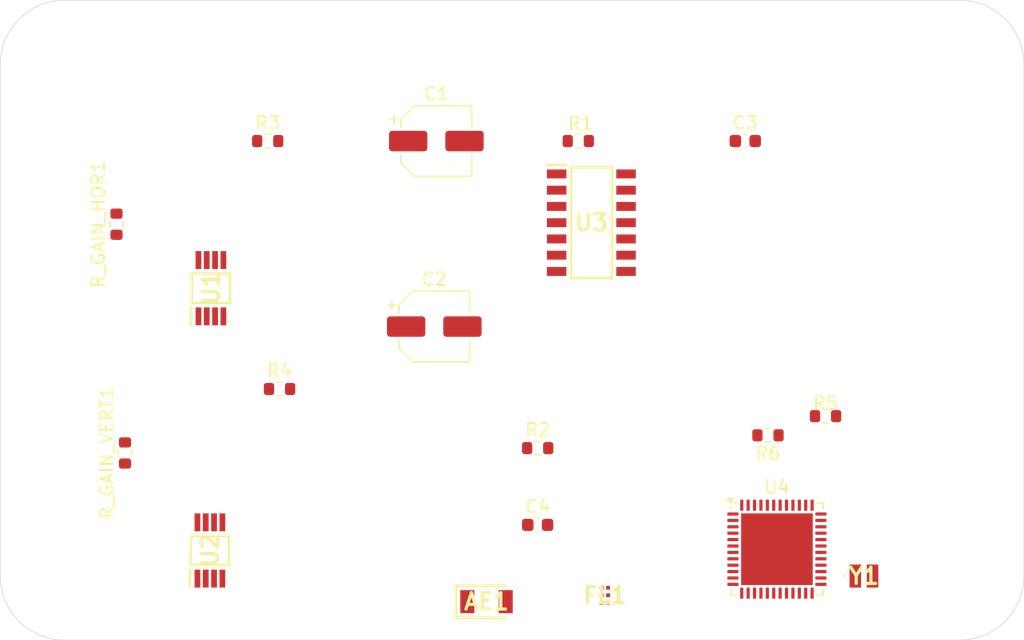
<source format=kicad_pcb>
(kicad_pcb (version 20241229) (generator "pcbnew") (generator_version "9.0")
  (layers (0 "F.Cu" signal) (2 "B.Cu" signal) (13 "F.Paste" user) (15 "B.Paste" user) (5 "F.SilkS" user "F.Silkscreen") (7 "B.SilkS" user "B.Silkscreen") (1 "F.Mask" user) (3 "B.Mask" user) (25 "Edge.Cuts" user))
  (net 0 "")
  (net 1 "Net-(U3A--)")
  (net 2 "Net-(C1-Pad1)")
  (net 3 "Net-(C2-Pad1)")
  (net 4 "Net-(U3B--)")
  (net 5 "HOR_OUT")
  (net 6 "VERT_OUT")
  (net 7 "Net-(R1-Pad1)")
  (net 8 "Net-(R2-Pad1)")
  (net 9 "Net-(R3-Pad2)")
  (net 10 "Net-(R4-Pad2)")
  (net 11 "GND")
  (net 12 "REF_IN")
  (net 13 "+5V")
  (net 14 "Net-(R_GAIN_HOR1-Pad2)")
  (net 15 "Net-(R_GAIN_HOR1-Pad1)")
  (net 16 "Net-(R_GAIN_VERT1-Pad2)")
  (net 17 "Net-(R_GAIN_VERT1-Pad1)")
  (net 18 "Net-(U1-Ref)")
  (net 19 "RIGHT_IN")
  (net 20 "LEFT_IN")
  (net 21 "DOWN_IN")
  (net 22 "Net-(U2-Ref)")
  (net 23 "UP_IN")
  (net 24 "GROUND")
  (net 25 "+3V")
  (net 42 "Net-(FL1-IN)")
  (net 51 "Net-(U4-OSC_IN)")
  (net 54 "Net-(U4-OSC_OUT)")
  (net 62 "Net-(AE1-A)")
  (footprint "Capacitor_SMD:CP_Elec_5x4.5" (layer "F.Cu") (at 139.08 71)
    (property "Reference" "C1" (at 0 -3.7 0) (layer "F.SilkS"))
    (property "Value" "C_Polarized_US")
    (fp_line (start -3.625 -1.685) (end -3 -1.685) (stroke (width 0.12)) (layer "F.SilkS"))
    (fp_line (start -3.3125 -1.9975) (end -3.3125 -1.3725) (stroke (width 0.12)) (layer "F.SilkS"))
    (fp_line (start -2.76 -1.695563) (end -2.76 -1.06) (stroke (width 0.12)) (layer "F.SilkS"))
    (fp_line (start -2.76 -1.695563) (end -1.695563 -2.76) (stroke (width 0.12)) (layer "F.SilkS"))
    (fp_line (start -2.76 1.695563) (end -2.76 1.06) (stroke (width 0.12)) (layer "F.SilkS"))
    (fp_line (start -2.76 1.695563) (end -1.695563 2.76) (stroke (width 0.12)) (layer "F.SilkS"))
    (fp_line (start -1.695563 -2.76) (end 2.76 -2.76) (stroke (width 0.12)) (layer "F.SilkS"))
    (fp_line (start -1.695563 2.76) (end 2.76 2.76) (stroke (width 0.12)) (layer "F.SilkS"))
    (fp_line (start 2.76 -2.76) (end 2.76 -1.06) (stroke (width 0.12)) (layer "F.SilkS"))
    (fp_line (start 2.76 2.76) (end 2.76 1.06) (stroke (width 0.12)) (layer "F.SilkS"))
    (pad "1" smd roundrect (at -2.2 0) (size 3 1.6) (layers "F.Cu" "F.Mask" "F.Paste") (roundrect_rratio 0.15625) (net 2 "Net-(C1-Pad1)"))
    (pad "2" smd roundrect (at 2.2 0) (size 3 1.6) (layers "F.Cu" "F.Mask" "F.Paste") (roundrect_rratio 0.15625) (net 1 "Net-(U3A--)"))
  )
  (footprint "antenna_ghz:ANTC3216X60N" (layer "F.Cu") (at 143 107)
    (property "Reference" "AE1" (at 0 0 0) (layer "F.SilkS") (effects (font (size 1.27 1.27) (thickness 0.254))))
    (property "Value" "Antenna" (hide yes))
    (fp_line (start -2.4 -1.25) (end -2.4 1.25) (stroke (width 0.2)) (layer "F.SilkS"))
    (fp_line (start -2.4 1.25) (end 1.5 1.25) (stroke (width 0.2)) (layer "F.SilkS"))
    (fp_line (start 1.5 -1.25) (end -2.4 -1.25) (stroke (width 0.2)) (layer "F.SilkS"))
    (pad "1" smd rect (at -1.5 0) (size 1.1 1.8) (layers "F.Cu" "F.Mask" "F.Paste") (net 62 "Net-(AE1-A)"))
    (pad "2" smd rect (at 1.5 0) (size 1.1 1.8) (layers "F.Cu" "F.Mask" "F.Paste"))
  )
  (footprint "Capacitor_SMD:CP_Elec_5x4.5" (layer "F.Cu") (at 138.92 85.5)
    (property "Reference" "C2" (at 0 -3.7 0) (layer "F.SilkS"))
    (property "Value" "C_Polarized_US")
    (fp_line (start -3.625 -1.685) (end -3 -1.685) (stroke (width 0.12)) (layer "F.SilkS"))
    (fp_line (start -3.3125 -1.9975) (end -3.3125 -1.3725) (stroke (width 0.12)) (layer "F.SilkS"))
    (fp_line (start -2.76 -1.695563) (end -2.76 -1.06) (stroke (width 0.12)) (layer "F.SilkS"))
    (fp_line (start -2.76 -1.695563) (end -1.695563 -2.76) (stroke (width 0.12)) (layer "F.SilkS"))
    (fp_line (start -2.76 1.695563) (end -2.76 1.06) (stroke (width 0.12)) (layer "F.SilkS"))
    (fp_line (start -2.76 1.695563) (end -1.695563 2.76) (stroke (width 0.12)) (layer "F.SilkS"))
    (fp_line (start -1.695563 -2.76) (end 2.76 -2.76) (stroke (width 0.12)) (layer "F.SilkS"))
    (fp_line (start -1.695563 2.76) (end 2.76 2.76) (stroke (width 0.12)) (layer "F.SilkS"))
    (fp_line (start 2.76 -2.76) (end 2.76 -1.06) (stroke (width 0.12)) (layer "F.SilkS"))
    (fp_line (start 2.76 2.76) (end 2.76 1.06) (stroke (width 0.12)) (layer "F.SilkS"))
    (pad "1" smd roundrect (at -2.2 0) (size 3 1.6) (layers "F.Cu" "F.Mask" "F.Paste") (roundrect_rratio 0.15625) (net 3 "Net-(C2-Pad1)"))
    (pad "2" smd roundrect (at 2.2 0) (size 3 1.6) (layers "F.Cu" "F.Mask" "F.Paste") (roundrect_rratio 0.15625) (net 4 "Net-(U3B--)"))
  )
  (footprint "Resistor_SMD:R_0603_1608Metric" (layer "F.Cu") (at 169.5 92.5)
    (property "Reference" "R5" (at 0 -1 0) (layer "F.SilkS"))
    (property "Value" "R")
    (fp_line (start -0.237258 -0.5225) (end 0.237258 -0.5225) (stroke (width 0.12)) (layer "F.SilkS"))
    (fp_line (start -0.237258 0.5225) (end 0.237258 0.5225) (stroke (width 0.12)) (layer "F.SilkS"))
    (pad "1" smd roundrect (at -0.825 0) (size 0.8 0.95) (layers "F.Cu" "F.Mask" "F.Paste") (net 12 "REF_IN"))
    (pad "2" smd roundrect (at 0.825 0) (size 0.8 0.95) (layers "F.Cu" "F.Mask" "F.Paste") (net 24 "GROUND"))
  )
  (footprint "Resistor_SMD:R_0603_1608Metric" (layer "F.Cu") (at 150.175 71)
    (property "Reference" "R1" (at 0.175 -1.36 0) (layer "F.SilkS"))
    (property "Value" "R")
    (fp_line (start -0.237258 -0.5225) (end 0.237258 -0.5225) (stroke (width 0.12)) (layer "F.SilkS"))
    (fp_line (start -0.237258 0.5225) (end 0.237258 0.5225) (stroke (width 0.12)) (layer "F.SilkS"))
    (pad "1" smd roundrect (at -0.825 0) (size 0.8 0.95) (layers "F.Cu" "F.Mask" "F.Paste") (net 7 "Net-(R1-Pad1)"))
    (pad "2" smd roundrect (at 0.825 0) (size 0.8 0.95) (layers "F.Cu" "F.Mask" "F.Paste") (net 1 "Net-(U3A--)"))
  )
  (footprint "Resistor_SMD:R_0603_1608Metric" (layer "F.Cu") (at 125.9 71)
    (property "Reference" "R3" (at 0 -1.43 0) (layer "F.SilkS"))
    (property "Value" "R")
    (fp_line (start -0.237258 -0.5225) (end 0.237258 -0.5225) (stroke (width 0.12)) (layer "F.SilkS"))
    (fp_line (start -0.237258 0.5225) (end 0.237258 0.5225) (stroke (width 0.12)) (layer "F.SilkS"))
    (pad "1" smd roundrect (at -0.825 0) (size 0.8 0.95) (layers "F.Cu" "F.Mask" "F.Paste") (net 2 "Net-(C1-Pad1)"))
    (pad "2" smd roundrect (at 0.825 0) (size 0.8 0.95) (layers "F.Cu" "F.Mask" "F.Paste") (net 9 "Net-(R3-Pad2)"))
  )
  (footprint "Package_DFN_QFN:QFN-48-1EP_7x7mm_P0.5mm_EP5.6x5.6mm" (layer "F.Cu") (at 165.7 102.9)
    (property "Reference" "U4" (at 0 -4.83 0) (layer "F.SilkS"))
    (property "Value" "STM32WB55CCUx")
    (fp_line (start -3.61 -3.135) (end -3.61 -3.37) (stroke (width 0.12)) (layer "F.SilkS"))
    (fp_line (start -3.61 3.61) (end -3.61 3.135) (stroke (width 0.12)) (layer "F.SilkS"))
    (fp_line (start -3.135 -3.61) (end -3.31 -3.61) (stroke (width 0.12)) (layer "F.SilkS"))
    (fp_line (start -3.135 3.61) (end -3.61 3.61) (stroke (width 0.12)) (layer "F.SilkS"))
    (fp_line (start 3.135 -3.61) (end 3.61 -3.61) (stroke (width 0.12)) (layer "F.SilkS"))
    (fp_line (start 3.135 3.61) (end 3.61 3.61) (stroke (width 0.12)) (layer "F.SilkS"))
    (fp_line (start 3.61 -3.61) (end 3.61 -3.135) (stroke (width 0.12)) (layer "F.SilkS"))
    (fp_line (start 3.61 3.61) (end 3.61 3.135) (stroke (width 0.12)) (layer "F.SilkS"))
    (fp_poly (pts (xy -3.61 -3.61) (xy -3.85 -3.94) (xy -3.37 -3.94) (xy -3.61 -3.61)) (stroke (width 0.12)) (fill yes) (layer "F.SilkS"))
    (pad "1" smd roundrect (at -3.4375 -2.75) (size 0.875 0.25) (layers "F.Cu" "F.Mask" "F.Paste") (net 25 "+3V"))
    (pad "2" smd roundrect (at -3.4375 -2.25) (size 0.875 0.25) (layers "F.Cu" "F.Mask" "F.Paste"))
    (pad "3" smd roundrect (at -3.4375 -1.75) (size 0.875 0.25) (layers "F.Cu" "F.Mask" "F.Paste"))
    (pad "4" smd roundrect (at -3.4375 -1.25) (size 0.875 0.25) (layers "F.Cu" "F.Mask" "F.Paste"))
    (pad "5" smd roundrect (at -3.4375 -0.75) (size 0.875 0.25) (layers "F.Cu" "F.Mask" "F.Paste"))
    (pad "6" smd roundrect (at -3.4375 -0.25) (size 0.875 0.25) (layers "F.Cu" "F.Mask" "F.Paste"))
    (pad "7" smd roundrect (at -3.4375 0.25) (size 0.875 0.25) (layers "F.Cu" "F.Mask" "F.Paste"))
    (pad "8" smd roundrect (at -3.4375 0.75) (size 0.875 0.25) (layers "F.Cu" "F.Mask" "F.Paste") (net 25 "+3V"))
    (pad "9" smd roundrect (at -3.4375 1.25) (size 0.875 0.25) (layers "F.Cu" "F.Mask" "F.Paste") (net 6 "VERT_OUT"))
    (pad "10" smd roundrect (at -3.4375 1.75) (size 0.875 0.25) (layers "F.Cu" "F.Mask" "F.Paste") (net 5 "HOR_OUT"))
    (pad "11" smd roundrect (at -3.4375 2.25) (size 0.875 0.25) (layers "F.Cu" "F.Mask" "F.Paste"))
    (pad "12" smd roundrect (at -3.4375 2.75) (size 0.875 0.25) (layers "F.Cu" "F.Mask" "F.Paste"))
    (pad "13" smd roundrect (at -2.75 3.4375) (size 0.25 0.875) (layers "F.Cu" "F.Mask" "F.Paste"))
    (pad "14" smd roundrect (at -2.25 3.4375) (size 0.25 0.875) (layers "F.Cu" "F.Mask" "F.Paste"))
    (pad "15" smd roundrect (at -1.75 3.4375) (size 0.25 0.875) (layers "F.Cu" "F.Mask" "F.Paste"))
    (pad "16" smd roundrect (at -1.25 3.4375) (size 0.25 0.875) (layers "F.Cu" "F.Mask" "F.Paste"))
    (pad "17" smd roundrect (at -0.75 3.4375) (size 0.25 0.875) (layers "F.Cu" "F.Mask" "F.Paste"))
    (pad "18" smd roundrect (at -0.25 3.4375) (size 0.25 0.875) (layers "F.Cu" "F.Mask" "F.Paste"))
    (pad "19" smd roundrect (at 0.25 3.4375) (size 0.25 0.875) (layers "F.Cu" "F.Mask" "F.Paste"))
    (pad "20" smd roundrect (at 0.75 3.4375) (size 0.25 0.875) (layers "F.Cu" "F.Mask" "F.Paste") (net 25 "+3V"))
    (pad "21" smd roundrect (at 1.25 3.4375) (size 0.25 0.875) (layers "F.Cu" "F.Mask" "F.Paste") (net 42 "Net-(FL1-IN)"))
    (pad "22" smd roundrect (at 1.75 3.4375) (size 0.25 0.875) (layers "F.Cu" "F.Mask" "F.Paste") (net 24 "GROUND"))
    (pad "23" smd roundrect (at 2.25 3.4375) (size 0.25 0.875) (layers "F.Cu" "F.Mask" "F.Paste") (net 25 "+3V"))
    (pad "24" smd roundrect (at 2.75 3.4375) (size 0.25 0.875) (layers "F.Cu" "F.Mask" "F.Paste") (net 54 "Net-(U4-OSC_OUT)"))
    (pad "25" smd roundrect (at 3.4375 2.75) (size 0.875 0.25) (layers "F.Cu" "F.Mask" "F.Paste") (net 51 "Net-(U4-OSC_IN)"))
    (pad "26" smd roundrect (at 3.4375 2.25) (size 0.875 0.25) (layers "F.Cu" "F.Mask" "F.Paste"))
    (pad "27" smd roundrect (at 3.4375 1.75) (size 0.875 0.25) (layers "F.Cu" "F.Mask" "F.Paste"))
    (pad "28" smd roundrect (at 3.4375 1.25) (size 0.875 0.25) (layers "F.Cu" "F.Mask" "F.Paste"))
    (pad "29" smd roundrect (at 3.4375 0.75) (size 0.875 0.25) (layers "F.Cu" "F.Mask" "F.Paste"))
    (pad "30" smd roundrect (at 3.4375 0.25) (size 0.875 0.25) (layers "F.Cu" "F.Mask" "F.Paste"))
    (pad "31" smd roundrect (at 3.4375 -0.25) (size 0.875 0.25) (layers "F.Cu" "F.Mask" "F.Paste"))
    (pad "32" smd roundrect (at 3.4375 -0.75) (size 0.875 0.25) (layers "F.Cu" "F.Mask" "F.Paste") (net 24 "GROUND"))
    (pad "33" smd roundrect (at 3.4375 -1.25) (size 0.875 0.25) (layers "F.Cu" "F.Mask" "F.Paste"))
    (pad "34" smd roundrect (at 3.4375 -1.75) (size 0.875 0.25) (layers "F.Cu" "F.Mask" "F.Paste") (net 25 "+3V"))
    (pad "35" smd roundrect (at 3.4375 -2.25) (size 0.875 0.25) (layers "F.Cu" "F.Mask" "F.Paste") (net 25 "+3V"))
    (pad "36" smd roundrect (at 3.4375 -2.75) (size 0.875 0.25) (layers "F.Cu" "F.Mask" "F.Paste"))
    (pad "37" smd roundrect (at 2.75 -3.4375) (size 0.25 0.875) (layers "F.Cu" "F.Mask" "F.Paste"))
    (pad "38" smd roundrect (at 2.25 -3.4375) (size 0.25 0.875) (layers "F.Cu" "F.Mask" "F.Paste"))
    (pad "39" smd roundrect (at 1.75 -3.4375) (size 0.25 0.875) (layers "F.Cu" "F.Mask" "F.Paste"))
    (pad "40" smd roundrect (at 1.25 -3.4375) (size 0.25 0.875) (layers "F.Cu" "F.Mask" "F.Paste") (net 25 "+3V"))
    (pad "41" smd roundrect (at 0.75 -3.4375) (size 0.25 0.875) (layers "F.Cu" "F.Mask" "F.Paste"))
    (pad "42" smd roundrect (at 0.25 -3.4375) (size 0.25 0.875) (layers "F.Cu" "F.Mask" "F.Paste"))
    (pad "43" smd roundrect (at -0.25 -3.4375) (size 0.25 0.875) (layers "F.Cu" "F.Mask" "F.Paste"))
    (pad "44" smd roundrect (at -0.75 -3.4375) (size 0.25 0.875) (layers "F.Cu" "F.Mask" "F.Paste"))
    (pad "45" smd roundrect (at -1.25 -3.4375) (size 0.25 0.875) (layers "F.Cu" "F.Mask" "F.Paste"))
    (pad "46" smd roundrect (at -1.75 -3.4375) (size 0.25 0.875) (layers "F.Cu" "F.Mask" "F.Paste"))
    (pad "47" smd roundrect (at -2.25 -3.4375) (size 0.25 0.875) (layers "F.Cu" "F.Mask" "F.Paste"))
    (pad "48" smd roundrect (at -2.75 -3.4375) (size 0.25 0.875) (layers "F.Cu" "F.Mask" "F.Paste") (net 25 "+3V"))
    (pad "49" smd rect (at 0 0) (size 5.6 5.6) (property pad_prop_heatsink) (layers "F.Cu" "F.Mask") (net 24 "GROUND"))
  )
  (footprint "a_rf_module:BUMPLESS_CSP_2025" (layer "F.Cu") (at 152.25 106.5)
    (property "Reference" "FL1" (at 0 0 0) (layer "F.SilkS") (effects (font (size 1.27 1.27) (thickness 0.254))))
    (property "Value" "MLPF-WB55-01E3" (hide yes))
    (fp_line (start -0.95 -0.7) (end -0.95 -0.7) (stroke (width 0.1)) (layer "F.SilkS"))
    (fp_line (start -0.95 -0.6) (end -0.95 -0.6) (stroke (width 0.1)) (layer "F.SilkS"))
    (fp_arc (start -0.95 -0.7) (mid -0.9 -0.65) (end -0.95 -0.6) (stroke (width 0.1)) (layer "F.SilkS"))
    (fp_arc (start -0.95 -0.6) (mid -1 -0.65) (end -0.95 -0.7) (stroke (width 0.1)) (layer "F.SilkS"))
    (pad "A1" smd rect (at -0.25 -0.587 90) (size 0.3 0.3) (layers "F.Cu" "F.Mask" "F.Paste") (net 62 "Net-(AE1-A)"))
    (pad "A2" smd rect (at -0.25 0 90) (size 0.3 0.3) (layers "F.Cu" "F.Mask" "F.Paste") (net 24 "GROUND"))
    (pad "A3" smd rect (at -0.25 0.587 90) (size 0.3 0.3) (layers "F.Cu" "F.Mask" "F.Paste") (net 42 "Net-(FL1-IN)"))
    (pad "B1" smd rect (at 0.25 -0.587 90) (size 0.3 0.3) (layers "F.Cu" "F.Mask" "F.Paste") (net 24 "GROUND"))
    (pad "B2" smd rect (at 0.25 0 90) (size 0.3 0.3) (layers "F.Cu" "F.Mask" "F.Paste") (net 24 "GROUND"))
    (pad "B3" smd rect (at 0.25 0.587 90) (size 0.3 0.3) (layers "F.Cu" "F.Mask" "F.Paste") (net 24 "GROUND"))
  )
  (footprint "Resistor_SMD:R_0603_1608Metric" (layer "F.Cu") (at 147 95)
    (property "Reference" "R2" (at 0 -1.43 0) (layer "F.SilkS"))
    (property "Value" "R")
    (fp_line (start -0.237258 -0.5225) (end 0.237258 -0.5225) (stroke (width 0.12)) (layer "F.SilkS"))
    (fp_line (start -0.237258 0.5225) (end 0.237258 0.5225) (stroke (width 0.12)) (layer "F.SilkS"))
    (pad "1" smd roundrect (at -0.825 0) (size 0.8 0.95) (layers "F.Cu" "F.Mask" "F.Paste") (net 8 "Net-(R2-Pad1)"))
    (pad "2" smd roundrect (at 0.825 0) (size 0.8 0.95) (layers "F.Cu" "F.Mask" "F.Paste") (net 4 "Net-(U3B--)"))
  )
  (footprint "Resistor_SMD:R_0603_1608Metric" (layer "F.Cu") (at 114.745 95.38 90)
    (property "Reference" "R_GAIN_VERT1" (at 0 -1.43 90) (layer "F.SilkS"))
    (property "Value" "R")
    (fp_line (start -0.237258 -0.5225) (end 0.237258 -0.5225) (stroke (width 0.12)) (layer "F.SilkS"))
    (fp_line (start -0.237258 0.5225) (end 0.237258 0.5225) (stroke (width 0.12)) (layer "F.SilkS"))
    (pad "1" smd roundrect (at -0.825 0 90) (size 0.8 0.95) (layers "F.Cu" "F.Mask" "F.Paste") (net 17 "Net-(R_GAIN_VERT1-Pad1)"))
    (pad "2" smd roundrect (at 0.825 0 90) (size 0.8 0.95) (layers "F.Cu" "F.Mask" "F.Paste") (net 16 "Net-(R_GAIN_VERT1-Pad2)"))
  )
  (footprint "Capacitor_SMD:C_0603_1608Metric" (layer "F.Cu") (at 163.225 71)
    (property "Reference" "C3" (at 0 -1.43 0) (layer "F.SilkS"))
    (property "Value" "C")
    (fp_line (start -0.14058 -0.51) (end 0.14058 -0.51) (stroke (width 0.12)) (layer "F.SilkS"))
    (fp_line (start -0.14058 0.51) (end 0.14058 0.51) (stroke (width 0.12)) (layer "F.SilkS"))
    (pad "1" smd roundrect (at -0.775 0) (size 0.9 0.95) (layers "F.Cu" "F.Mask" "F.Paste") (net 1 "Net-(U3A--)"))
    (pad "2" smd roundrect (at 0.775 0) (size 0.9 0.95) (layers "F.Cu" "F.Mask" "F.Paste") (net 5 "HOR_OUT"))
  )
  (footprint "amp_new:SOP65P490X110-8N" (layer "F.Cu") (at 121.46 82.5 90)
    (property "Reference" "U1" (at 0 0 90) (layer "F.SilkS") (effects (font (size 1.27 1.27) (thickness 0.254))))
    (property "Value" "INA128" (hide yes))
    (fp_line (start -2.9 -1.55) (end -1.5 -1.55) (stroke (width 0.2)) (layer "F.SilkS"))
    (fp_line (start 1.15 -1.5) (end 1.15 1.5) (stroke (width 0.2)) (layer "F.SilkS"))
    (fp_line (start -1.15 -1.5) (end 1.15 -1.5) (stroke (width 0.2)) (layer "F.SilkS"))
    (fp_line (start 1.15 1.5) (end -1.15 1.5) (stroke (width 0.2)) (layer "F.SilkS"))
    (fp_line (start -1.15 1.5) (end -1.15 -1.5) (stroke (width 0.2)) (layer "F.SilkS"))
    (pad "1" smd rect (at -2.2 -0.975 180) (size 0.45 1.4) (layers "F.Cu" "F.Mask" "F.Paste") (net 15 "Net-(R_GAIN_HOR1-Pad1)"))
    (pad "2" smd rect (at -2.2 -0.325 180) (size 0.45 1.4) (layers "F.Cu" "F.Mask" "F.Paste") (net 19 "RIGHT_IN"))
    (pad "3" smd rect (at -2.2 0.325 180) (size 0.45 1.4) (layers "F.Cu" "F.Mask" "F.Paste") (net 20 "LEFT_IN"))
    (pad "4" smd rect (at -2.2 0.975 180) (size 0.45 1.4) (layers "F.Cu" "F.Mask" "F.Paste") (net 11 "GND"))
    (pad "5" smd rect (at 2.2 0.975 180) (size 0.45 1.4) (layers "F.Cu" "F.Mask" "F.Paste") (net 18 "Net-(U1-Ref)"))
    (pad "6" smd rect (at 2.2 0.325 180) (size 0.45 1.4) (layers "F.Cu" "F.Mask" "F.Paste") (net 9 "Net-(R3-Pad2)"))
    (pad "7" smd rect (at 2.2 -0.325 180) (size 0.45 1.4) (layers "F.Cu" "F.Mask" "F.Paste") (net 13 "+5V"))
    (pad "8" smd rect (at 2.2 -0.975 180) (size 0.45 1.4) (layers "F.Cu" "F.Mask" "F.Paste") (net 14 "Net-(R_GAIN_HOR1-Pad2)"))
  )
  (footprint "Resistor_SMD:R_0603_1608Metric" (layer "F.Cu") (at 126.825 90.38)
    (property "Reference" "R4" (at 0 -1.43 0) (layer "F.SilkS"))
    (property "Value" "R")
    (fp_line (start -0.237258 -0.5225) (end 0.237258 -0.5225) (stroke (width 0.12)) (layer "F.SilkS"))
    (fp_line (start -0.237258 0.5225) (end 0.237258 0.5225) (stroke (width 0.12)) (layer "F.SilkS"))
    (pad "1" smd roundrect (at -0.825 0) (size 0.8 0.95) (layers "F.Cu" "F.Mask" "F.Paste") (net 3 "Net-(C2-Pad1)"))
    (pad "2" smd roundrect (at 0.825 0) (size 0.8 0.95) (layers "F.Cu" "F.Mask" "F.Paste") (net 10 "Net-(R4-Pad2)"))
  )
  (footprint "amp_new_big:SOIC127P600X175-14N" (layer "F.Cu") (at 151.195 77.38)
    (property "Reference" "U3" (at 0 0 0) (layer "F.SilkS") (effects (font (size 1.27 1.27) (thickness 0.254))))
    (property "Value" "TL074" (hide yes))
    (fp_line (start -3.475 -4.51) (end -1.95 -4.51) (stroke (width 0.2)) (layer "F.SilkS"))
    (fp_line (start -1.6 -4.325) (end 1.6 -4.325) (stroke (width 0.2)) (layer "F.SilkS"))
    (fp_line (start -1.6 4.325) (end -1.6 -4.325) (stroke (width 0.2)) (layer "F.SilkS"))
    (fp_line (start 1.6 -4.325) (end 1.6 4.325) (stroke (width 0.2)) (layer "F.SilkS"))
    (fp_line (start 1.6 4.325) (end -1.6 4.325) (stroke (width 0.2)) (layer "F.SilkS"))
    (pad "1" smd rect (at -2.712 -3.81 90) (size 0.7 1.525) (layers "F.Cu" "F.Mask" "F.Paste") (net 7 "Net-(R1-Pad1)"))
    (pad "2" smd rect (at -2.712 -2.54 90) (size 0.7 1.525) (layers "F.Cu" "F.Mask" "F.Paste") (net 1 "Net-(U3A--)"))
    (pad "3" smd rect (at -2.712 -1.27 90) (size 0.7 1.525) (layers "F.Cu" "F.Mask" "F.Paste") (net 18 "Net-(U1-Ref)"))
    (pad "4" smd rect (at -2.712 0 90) (size 0.7 1.525) (layers "F.Cu" "F.Mask" "F.Paste"))
    (pad "5" smd rect (at -2.712 1.27 90) (size 0.7 1.525) (layers "F.Cu" "F.Mask" "F.Paste") (net 22 "Net-(U2-Ref)"))
    (pad "6" smd rect (at -2.712 2.54 90) (size 0.7 1.525) (layers "F.Cu" "F.Mask" "F.Paste") (net 4 "Net-(U3B--)"))
    (pad "7" smd rect (at -2.712 3.81 90) (size 0.7 1.525) (layers "F.Cu" "F.Mask" "F.Paste") (net 8 "Net-(R2-Pad1)"))
    (pad "8" smd rect (at 2.712 3.81 90) (size 0.7 1.525) (layers "F.Cu" "F.Mask" "F.Paste") (net 22 "Net-(U2-Ref)"))
    (pad "9" smd rect (at 2.712 2.54 90) (size 0.7 1.525) (layers "F.Cu" "F.Mask" "F.Paste") (net 22 "Net-(U2-Ref)"))
    (pad "10" smd rect (at 2.712 1.27 90) (size 0.7 1.525) (layers "F.Cu" "F.Mask" "F.Paste") (net 12 "REF_IN"))
    (pad "11" smd rect (at 2.712 0 90) (size 0.7 1.525) (layers "F.Cu" "F.Mask" "F.Paste"))
    (pad "12" smd rect (at 2.712 -1.27 90) (size 0.7 1.525) (layers "F.Cu" "F.Mask" "F.Paste") (net 12 "REF_IN"))
    (pad "13" smd rect (at 2.712 -2.54 90) (size 0.7 1.525) (layers "F.Cu" "F.Mask" "F.Paste") (net 18 "Net-(U1-Ref)"))
    (pad "14" smd rect (at 2.712 -3.81 90) (size 0.7 1.525) (layers "F.Cu" "F.Mask" "F.Paste") (net 18 "Net-(U1-Ref)"))
  )
  (footprint "amp_new:SOP65P490X110-8N" (layer "F.Cu") (at 121.38 103 90)
    (property "Reference" "U2" (at 0 0 90) (layer "F.SilkS") (effects (font (size 1.27 1.27) (thickness 0.254))))
    (property "Value" "INA128" (hide yes))
    (fp_line (start -2.9 -1.55) (end -1.5 -1.55) (stroke (width 0.2)) (layer "F.SilkS"))
    (fp_line (start 1.15 -1.5) (end 1.15 1.5) (stroke (width 0.2)) (layer "F.SilkS"))
    (fp_line (start -1.15 -1.5) (end 1.15 -1.5) (stroke (width 0.2)) (layer "F.SilkS"))
    (fp_line (start 1.15 1.5) (end -1.15 1.5) (stroke (width 0.2)) (layer "F.SilkS"))
    (fp_line (start -1.15 1.5) (end -1.15 -1.5) (stroke (width 0.2)) (layer "F.SilkS"))
    (pad "1" smd rect (at -2.2 -0.975 180) (size 0.45 1.4) (layers "F.Cu" "F.Mask" "F.Paste") (net 17 "Net-(R_GAIN_VERT1-Pad1)"))
    (pad "2" smd rect (at -2.2 -0.325 180) (size 0.45 1.4) (layers "F.Cu" "F.Mask" "F.Paste") (net 21 "DOWN_IN"))
    (pad "3" smd rect (at -2.2 0.325 180) (size 0.45 1.4) (layers "F.Cu" "F.Mask" "F.Paste") (net 23 "UP_IN"))
    (pad "4" smd rect (at -2.2 0.975 180) (size 0.45 1.4) (layers "F.Cu" "F.Mask" "F.Paste") (net 11 "GND"))
    (pad "5" smd rect (at 2.2 0.975 180) (size 0.45 1.4) (layers "F.Cu" "F.Mask" "F.Paste") (net 22 "Net-(U2-Ref)"))
    (pad "6" smd rect (at 2.2 0.325 180) (size 0.45 1.4) (layers "F.Cu" "F.Mask" "F.Paste") (net 10 "Net-(R4-Pad2)"))
    (pad "7" smd rect (at 2.2 -0.325 180) (size 0.45 1.4) (layers "F.Cu" "F.Mask" "F.Paste") (net 13 "+5V"))
    (pad "8" smd rect (at 2.2 -0.975 180) (size 0.45 1.4) (layers "F.Cu" "F.Mask" "F.Paste") (net 16 "Net-(R_GAIN_VERT1-Pad2)"))
  )
  (footprint "Capacitor_SMD:C_0603_1608Metric" (layer "F.Cu") (at 147 101)
    (property "Reference" "C4" (at 0 -1.43 0) (layer "F.SilkS"))
    (property "Value" "C")
    (fp_line (start -0.14058 -0.51) (end 0.14058 -0.51) (stroke (width 0.12)) (layer "F.SilkS"))
    (fp_line (start -0.14058 0.51) (end 0.14058 0.51) (stroke (width 0.12)) (layer "F.SilkS"))
    (pad "1" smd roundrect (at -0.775 0) (size 0.9 0.95) (layers "F.Cu" "F.Mask" "F.Paste") (net 4 "Net-(U3B--)"))
    (pad "2" smd roundrect (at 0.775 0) (size 0.9 0.95) (layers "F.Cu" "F.Mask" "F.Paste") (net 6 "VERT_OUT"))
  )
  (footprint "Resistor_SMD:R_0603_1608Metric" (layer "F.Cu") (at 165 94 180)
    (property "Reference" "R6" (at 0 -1.43 0) (layer "F.SilkS"))
    (property "Value" "R")
    (fp_line (start -0.237258 0.5225) (end 0.237258 0.5225) (stroke (width 0.12)) (layer "F.SilkS"))
    (fp_line (start -0.237258 -0.5225) (end 0.237258 -0.5225) (stroke (width 0.12)) (layer "F.SilkS"))
    (pad "1" smd roundrect (at -0.825 0 180) (size 0.8 0.95) (layers "F.Cu" "F.Mask" "F.Paste") (net 25 "+3V"))
    (pad "2" smd roundrect (at 0.825 0 180) (size 0.8 0.95) (layers "F.Cu" "F.Mask" "F.Paste") (net 12 "REF_IN"))
  )
  (footprint "Resistor_SMD:R_0603_1608Metric" (layer "F.Cu") (at 114.08 77.5 90)
    (property "Reference" "R_GAIN_HOR1" (at 0 -1.43 90) (layer "F.SilkS"))
    (property "Value" "R")
    (fp_line (start -0.237258 -0.5225) (end 0.237258 -0.5225) (stroke (width 0.12)) (layer "F.SilkS"))
    (fp_line (start -0.237258 0.5225) (end 0.237258 0.5225) (stroke (width 0.12)) (layer "F.SilkS"))
    (pad "1" smd roundrect (at -0.825 0 90) (size 0.8 0.95) (layers "F.Cu" "F.Mask" "F.Paste") (net 15 "Net-(R_GAIN_HOR1-Pad1)"))
    (pad "2" smd roundrect (at 0.825 0 90) (size 0.8 0.95) (layers "F.Cu" "F.Mask" "F.Paste") (net 14 "Net-(R_GAIN_HOR1-Pad2)"))
  )
  (footprint "new_crystal:ABM11A32000MHZD2YT3" (layer "F.Cu") (at 172.5 105)
    (property "Reference" "Y1" (at 0 0 0) (layer "F.SilkS") (effects (font (size 1.27 1.27) (thickness 0.254))))
    (property "Value" "Crystal" (hide yes))
    (fp_line (start -1.6 0) (end -1.6 0) (stroke (width 0.1)) (layer "F.SilkS"))
    (fp_line (start -1.5 0) (end -1.5 0) (stroke (width 0.1)) (layer "F.SilkS"))
    (fp_arc (start -1.6 0) (mid -1.55 -0.05) (end -1.5 0) (stroke (width 0.1)) (layer "F.SilkS"))
    (fp_arc (start -1.5 0) (mid -1.55 0.05) (end -1.6 0) (stroke (width 0.1)) (layer "F.SilkS"))
    (pad "1" smd rect (at -0.675 0) (size 0.9 1.8) (layers "F.Cu" "F.Mask" "F.Paste") (net 51 "Net-(U4-OSC_IN)"))
    (pad "2" smd rect (at 0.675 0) (size 0.9 1.8) (layers "F.Cu" "F.Mask" "F.Paste") (net 54 "Net-(U4-OSC_OUT)"))
  )
  (gr_arc (start 105 65) (mid 106.464466 61.464466) (end 110 60) (stroke (width 0.05)) (layer "Edge.Cuts"))
  (gr_arc (start 185 105) (mid 183.535534 108.535534) (end 180 110) (stroke (width 0.05)) (layer "Edge.Cuts"))
  (gr_arc (start 180 60) (mid 183.535534 61.464466) (end 185 65) (stroke (width 0.05)) (layer "Edge.Cuts"))
  (gr_line (start 110 60) (end 180 60) (stroke (width 0.05)) (layer "Edge.Cuts"))
  (gr_line (start 180 110) (end 110 110) (stroke (width 0.05)) (layer "Edge.Cuts"))
  (gr_line (start 185 65) (end 185 105) (stroke (width 0.05)) (layer "Edge.Cuts"))
  (gr_arc (start 110 110) (mid 106.464466 108.535534) (end 105 105) (stroke (width 0.05)) (layer "Edge.Cuts"))
  (gr_line (start 105 105) (end 105 65) (stroke (width 0.05)) (layer "Edge.Cuts"))
)
</source>
